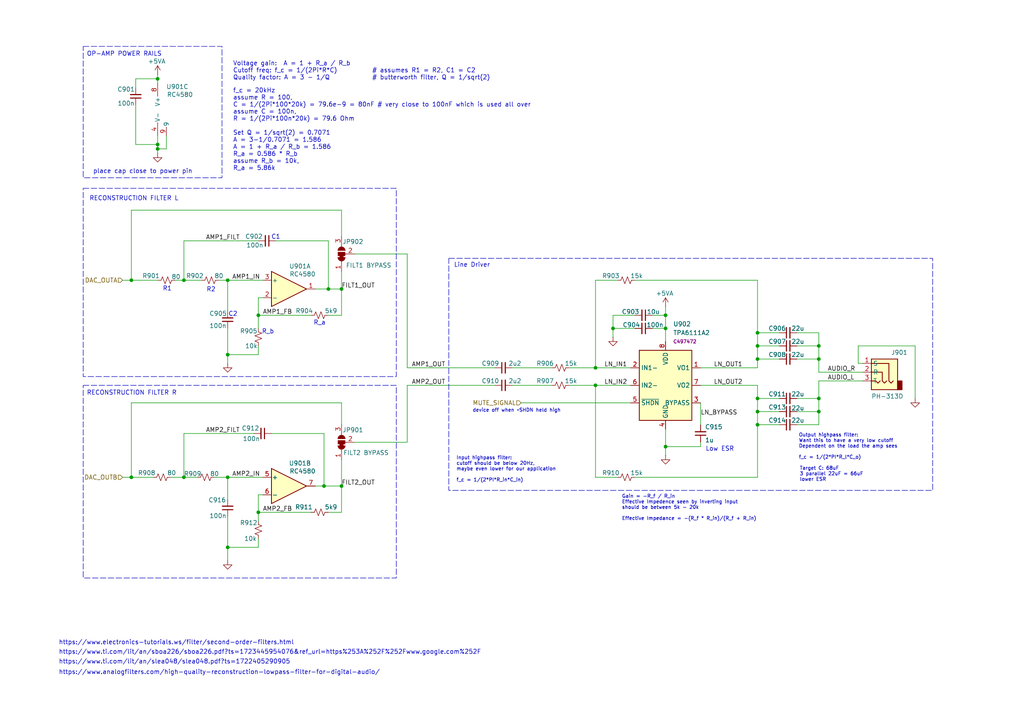
<source format=kicad_sch>
(kicad_sch (version 20231120) (generator "eeschema") (generator_version "8.0")
  (paper "A4")
  (lib_symbols
    (symbol "Amplifier_Operational:RC4580" (pin_names (offset 0.127))
      (property "Reference" "U901" (at 3.175 6.604 0))
      (property "Value" "RC4580" (at 3.937 4.318 0))
      (symbol "RC4580_1_1"
        (polyline (pts (xy -5.08 5.08) (xy 5.08 0) (xy -5.08 -5.08) (xy -5.08 5.08)) (stroke (width 0.254)) (fill (type background)))
        (pin output line (at 7.62 0 180) (length 2.54) (name "~") (number "1"))
        (pin input line (at -7.62 -2.54 0) (length 2.54) (name "-") (number "2"))
        (pin input line (at -7.62 2.54 0) (length 2.54) (name "+") (number "3"))
      )
      (symbol "RC4580_2_1"
        (polyline (pts (xy -5.08 5.08) (xy 5.08 0) (xy -5.08 -5.08) (xy -5.08 5.08)) (stroke (width 0.254)) (fill (type background)))
        (pin input line (at -7.62 2.54 0) (length 2.54) (name "+") (number "5"))
        (pin input line (at -7.62 -2.54 0) (length 2.54) (name "-") (number "6"))
        (pin output line (at 7.62 0 180) (length 2.54) (name "~") (number "7"))
      )
      (symbol "RC4580_3_1"
        (pin power_in line (at -2.54 -7.62 90) (length 3.81) (name "V-") (number "4"))
        (pin power_in line (at -2.54 7.62 270) (length 3.81) (name "V+") (number "8"))
        (pin free line (at 0 -7.62 90) (length 2.54) (name "9") (number "9"))
      )
    )
    (symbol "Connector_Audio:AudioJack3"
      (property "Reference" "J901" (at -3.175 5.715 0))
      (property "Value" "PH-313D" (at 2.54 -6.985 0))
      (symbol "AudioJack3_0_1"
        (rectangle (start -5.08 -5.08) (end -6.35 -2.54) (stroke (width 0.254)) (fill (type outline)))
        (polyline (pts (xy 0 -2.54) (xy 0.635 -3.175) (xy 1.27 -2.54) (xy 2.54 -2.54)) (stroke (width 0.254)))
        (polyline (pts (xy -1.905 -2.54) (xy -1.27 -3.175) (xy -0.635 -2.54) (xy -0.635 0) (xy 2.54 0)) (stroke (width 0.254)))
        (polyline (pts (xy 2.54 2.54) (xy -2.54 2.54) (xy -2.54 -2.54) (xy -3.175 -3.175) (xy -3.81 -2.54)) (stroke (width 0.254)))
        (rectangle (start 2.54 3.81) (end -5.08 -5.08) (stroke (width 0.254)) (fill (type background)))
      )
      (symbol "AudioJack3_1_1"
        (pin passive line (at 5.08 2.54 180) (length 2.54) (name "S") (number "1"))
        (pin passive line (at 5.08 0 180) (length 2.54) (name "R") (number "2"))
        (pin passive line (at 5.08 -2.54 180) (length 2.54) (name "T") (number "3"))
      )
    )
    (symbol "Device:C_Small" (pin_numbers hide) (pin_names (offset 0.254) hide)
      (property "Reference" "C" (at 0.254 1.778 0))
      (property "Value" "C_Small" (at 0.254 -2.032 0))
      (symbol "C_Small_0_1"
        (polyline (pts (xy -1.524 -0.508) (xy 1.524 -0.508)) (stroke (width 0.3302)))
        (polyline (pts (xy -1.524 0.508) (xy 1.524 0.508)) (stroke (width 0.3048)))
      )
      (symbol "C_Small_1_1"
        (pin passive line (at 0 2.54 270) (length 2.032) (name "~") (number "1"))
        (pin passive line (at 0 -2.54 90) (length 2.032) (name "~") (number "2"))
      )
    )
    (symbol "Device:R_Small_US" (pin_numbers hide) (pin_names (offset 0.254) hide)
      (property "Reference" "R" (at 0.762 0.508 0))
      (property "Value" "R_Small_US" (at 0.762 -1.016 0))
      (symbol "R_Small_US_1_1"
        (polyline (pts (xy 0 0) (xy 1.016 -0.381) (xy 0 -0.762) (xy -1.016 -1.143) (xy 0 -1.524)))
        (polyline (pts (xy 0 1.524) (xy 1.016 1.143) (xy 0 0.762) (xy -1.016 0.381) (xy 0 0)))
        (pin passive line (at 0 2.54 270) (length 1.016) (name "~") (number "1"))
        (pin passive line (at 0 -2.54 90) (length 1.016) (name "~") (number "2"))
      )
    )
    (symbol "Jumper:SolderJumper_3_Bridged12" (pin_names (offset 0) hide) (exclude_from_sim yes) (in_bom no)
      (property "Reference" "JP" (at -2.54 -2.54 0))
      (property "Value" "SolderJumper_3_Bridged12" (at 0 2.794 0))
      (symbol "SolderJumper_3_Bridged12_0_1"
        (rectangle (start -1.016 0.508) (end -0.508 -0.508) (fill (type outline)))
        (arc (start -1.016 1.016) (mid -2.0276 0) (end -1.016 -1.016))
        (arc (start -1.016 1.016) (mid -2.0276 0) (end -1.016 -1.016) (fill (type outline)))
        (rectangle (start -0.508 1.016) (end 0.508 -1.016) (fill (type outline)))
        (polyline (pts (xy -2.54 0) (xy -2.032 0)))
        (polyline (pts (xy -1.016 1.016) (xy -1.016 -1.016)))
        (polyline (pts (xy 0 -1.27) (xy 0 -1.016)))
        (polyline (pts (xy 1.016 1.016) (xy 1.016 -1.016)))
        (polyline (pts (xy 2.54 0) (xy 2.032 0)))
        (arc (start 1.016 -1.016) (mid 2.0276 0) (end 1.016 1.016))
        (arc (start 1.016 -1.016) (mid 2.0276 0) (end 1.016 1.016) (fill (type outline)))
      )
      (symbol "SolderJumper_3_Bridged12_1_1"
        (pin passive line (at -5.08 0 0) (length 2.54) (name "A") (number "1"))
        (pin passive line (at 0 -3.81 90) (length 2.54) (name "C") (number "2"))
        (pin passive line (at 5.08 0 180) (length 2.54) (name "B") (number "3"))
      )
    )
    (symbol "RC4580_1" (pin_names (offset 0.127))
      (property "Reference" "U901" (at 3.175 6.604 0))
      (property "Value" "RC4580" (at 3.937 4.318 0))
      (symbol "RC4580_1_1_1"
        (polyline (pts (xy -5.08 5.08) (xy 5.08 0) (xy -5.08 -5.08) (xy -5.08 5.08)) (stroke (width 0.254)) (fill (type background)))
        (pin output line (at 7.62 0 180) (length 2.54) (name "~") (number "1"))
        (pin input line (at -7.62 -2.54 0) (length 2.54) (name "-") (number "2"))
        (pin input line (at -7.62 2.54 0) (length 2.54) (name "+") (number "3"))
      )
      (symbol "RC4580_1_2_1"
        (polyline (pts (xy -5.08 5.08) (xy 5.08 0) (xy -5.08 -5.08) (xy -5.08 5.08)) (stroke (width 0.254)) (fill (type background)))
        (pin input line (at -7.62 2.54 0) (length 2.54) (name "+") (number "5"))
        (pin input line (at -7.62 -2.54 0) (length 2.54) (name "-") (number "6"))
        (pin output line (at 7.62 0 180) (length 2.54) (name "~") (number "7"))
      )
      (symbol "RC4580_1_3_1"
        (pin power_in line (at -2.54 -7.62 90) (length 3.81) (name "V-") (number "4"))
        (pin power_in line (at -2.54 7.62 270) (length 3.81) (name "V+") (number "8"))
        (pin free line (at 0 -7.62 90) (length 2.54) (name "9") (number "9"))
      )
    )
    (symbol "RC4580_2" (pin_names (offset 0.127))
      (property "Reference" "U901" (at 3.175 6.604 0))
      (property "Value" "RC4580" (at 3.937 4.318 0))
      (symbol "RC4580_2_1_1"
        (polyline (pts (xy -5.08 5.08) (xy 5.08 0) (xy -5.08 -5.08) (xy -5.08 5.08)) (stroke (width 0.254)) (fill (type background)))
        (pin output line (at 7.62 0 180) (length 2.54) (name "~") (number "1"))
        (pin input line (at -7.62 -2.54 0) (length 2.54) (name "-") (number "2"))
        (pin input line (at -7.62 2.54 0) (length 2.54) (name "+") (number "3"))
      )
      (symbol "RC4580_2_2_1"
        (polyline (pts (xy -5.08 5.08) (xy 5.08 0) (xy -5.08 -5.08) (xy -5.08 5.08)) (stroke (width 0.254)) (fill (type background)))
        (pin input line (at -7.62 2.54 0) (length 2.54) (name "+") (number "5"))
        (pin input line (at -7.62 -2.54 0) (length 2.54) (name "-") (number "6"))
        (pin output line (at 7.62 0 180) (length 2.54) (name "~") (number "7"))
      )
      (symbol "RC4580_2_3_1"
        (pin power_in line (at -2.54 -7.62 90) (length 3.81) (name "V-") (number "4"))
        (pin power_in line (at -2.54 7.62 270) (length 3.81) (name "V+") (number "8"))
        (pin free line (at 0 -7.62 90) (length 2.54) (name "9") (number "9"))
      )
    )
    (symbol "power:+5VA" (power) (pin_numbers hide) (pin_names (offset 0) hide)
      (property "Value" "+5VA" (at 0 3.556 0))
      (symbol "+5VA_0_1"
        (polyline (pts (xy -0.762 1.27) (xy 0 2.54)))
        (polyline (pts (xy 0 0) (xy 0 2.54)))
        (polyline (pts (xy 0 2.54) (xy 0.762 1.27)))
      )
      (symbol "+5VA_1_1"
        (pin power_in line (at 0 0 90) (length 0) (name "~") (number "1"))
      )
    )
    (symbol "power:GND" (power) (pin_numbers hide) (pin_names (offset 0) hide)
      (property "Value" "GND" (at 0 -3.81 0))
      (symbol "GND_0_1"
        (polyline (pts (xy 0 0) (xy 0 -1.27) (xy 1.27 -1.27) (xy 0 -2.54) (xy -1.27 -1.27) (xy 0 -1.27)))
      )
      (symbol "GND_1_1"
        (pin power_in line (at 0 0 270) (length 0) (name "~") (number "1"))
      )
    )
    (symbol "vibrometer_project:TPA6110A2DGN"
      (property "Reference" "U" (at -6.35 11.43 0))
      (property "Value" "TPA6111A2" (at 6.35 11.43 0))
      (property "LCSC" "C497472" (at 0 0 0))
      (symbol "TPA6110A2DGN_0_1"
        (rectangle (start -7.62 10.16) (end 7.62 -10.16) (stroke (width 0.254)) (fill (type background)))
      )
      (symbol "TPA6110A2DGN_1_1"
        (pin output line (at 10.16 5.08 180) (length 2.54) (name "VO1") (number "1"))
        (pin input line (at -10.16 5.08 0) (length 2.54) (name "IN1-") (number "2"))
        (pin passive line (at 10.16 -5.08 180) (length 2.54) (name "BYPASS") (number "3"))
        (pin power_in line (at 0 -12.7 90) (length 2.54) (name "GND") (number "4"))
        (pin input line (at -10.16 -5.08 0) (length 2.54) (name "~{SHDN}") (number "5"))
        (pin input line (at -10.16 0 0) (length 2.54) (name "IN2-") (number "6"))
        (pin output line (at 10.16 0 180) (length 2.54) (name "VO2") (number "7"))
        (pin power_in line (at 0 12.7 270) (length 2.54) (name "VDD") (number "8"))
        (pin passive line (at 0 -12.7 90) (length 2.54) hide (name "GND") (number "9"))
      )
    )
  )
  (junction (at 219.71 115.57))
  (junction (at 38.1 138.43))
  (junction (at 237.49 100.33))
  (junction (at 219.71 100.33))
  (junction (at 99.06 83.82))
  (junction (at 237.49 119.38))
  (junction (at 99.06 140.97))
  (junction (at 219.71 96.52))
  (junction (at 172.72 106.68))
  (junction (at 193.04 95.25))
  (junction (at 45.72 43.18))
  (junction (at 38.1 81.28))
  (junction (at 177.8 95.25))
  (junction (at 219.71 104.14))
  (junction (at 53.34 81.28))
  (junction (at 237.49 115.57))
  (junction (at 219.71 123.19))
  (junction (at 219.71 119.38))
  (junction (at 66.04 102.87))
  (junction (at 237.49 104.14))
  (junction (at 74.93 91.44))
  (junction (at 45.72 22.86))
  (junction (at 95.25 83.82))
  (junction (at 66.04 81.28))
  (junction (at 66.04 158.75))
  (junction (at 172.72 111.76))
  (junction (at 93.98 140.97))
  (junction (at 66.04 138.43))
  (junction (at 193.04 129.54))
  (junction (at 53.34 138.43))
  (junction (at 74.93 148.59))
  (junction (at 45.72 41.91))
  (junction (at 193.04 91.44))
  (wire (pts (xy 39.37 30.48) (xy 39.37 41.91)))
  (wire (pts (xy 53.34 81.28) (xy 58.42 81.28)))
  (wire (pts (xy 231.14 123.19) (xy 237.49 123.19)))
  (wire (pts (xy 219.71 81.28) (xy 184.15 81.28)))
  (wire (pts (xy 63.5 81.28) (xy 66.04 81.28)))
  (wire (pts (xy 76.2 86.36) (xy 74.93 86.36)))
  (wire (pts (xy 219.71 119.38) (xy 226.06 119.38)))
  (wire (pts (xy 219.71 115.57) (xy 219.71 119.38)))
  (wire (pts (xy 219.71 96.52) (xy 226.06 96.52)))
  (wire (pts (xy 118.11 106.68) (xy 143.51 106.68)))
  (wire (pts (xy 38.1 116.84) (xy 38.1 138.43)))
  (wire (pts (xy 39.37 25.4) (xy 39.37 22.86)))
  (wire (pts (xy 53.34 138.43) (xy 49.53 138.43)))
  (wire (pts (xy 66.04 81.28) (xy 76.2 81.28)))
  (wire (pts (xy 74.93 91.44) (xy 90.17 91.44)))
  (wire (pts (xy 53.34 138.43) (xy 57.15 138.43)))
  (wire (pts (xy 93.98 125.73) (xy 78.74 125.73)))
  (wire (pts (xy 38.1 60.96) (xy 99.06 60.96)))
  (wire (pts (xy 237.49 110.49) (xy 250.19 110.49)))
  (wire (pts (xy 219.71 100.33) (xy 219.71 104.14)))
  (wire (pts (xy 219.71 119.38) (xy 219.71 123.19)))
  (wire (pts (xy 189.23 91.44) (xy 193.04 91.44)))
  (wire (pts (xy 172.72 81.28) (xy 179.07 81.28)))
  (wire (pts (xy 74.93 148.59) (xy 74.93 151.13)))
  (wire (pts (xy 66.04 138.43) (xy 66.04 144.78)))
  (wire (pts (xy 184.15 91.44) (xy 177.8 91.44)))
  (wire (pts (xy 45.72 43.18) (xy 45.72 44.45)))
  (wire (pts (xy 219.71 96.52) (xy 219.71 81.28)))
  (wire (pts (xy 165.1 111.76) (xy 172.72 111.76)))
  (wire (pts (xy 39.37 41.91) (xy 45.72 41.91)))
  (wire (pts (xy 73.66 125.73) (xy 53.34 125.73)))
  (wire (pts (xy 53.34 69.85) (xy 53.34 81.28)))
  (wire (pts (xy 118.11 111.76) (xy 143.51 111.76)))
  (wire (pts (xy 66.04 138.43) (xy 76.2 138.43)))
  (wire (pts (xy 66.04 81.28) (xy 66.04 90.17)))
  (wire (pts (xy 102.87 128.27) (xy 118.11 128.27)))
  (wire (pts (xy 95.25 69.85) (xy 80.01 69.85)))
  (wire (pts (xy 74.93 91.44) (xy 74.93 95.25)))
  (wire (pts (xy 74.93 158.75) (xy 74.93 156.21)))
  (wire (pts (xy 165.1 106.68) (xy 172.72 106.68)))
  (wire (pts (xy 203.2 106.68) (xy 219.71 106.68)))
  (wire (pts (xy 193.04 88.9) (xy 193.04 91.44)))
  (wire (pts (xy 237.49 123.19) (xy 237.49 119.38)))
  (wire (pts (xy 66.04 102.87) (xy 66.04 105.41)))
  (wire (pts (xy 148.59 111.76) (xy 160.02 111.76)))
  (wire (pts (xy 231.14 100.33) (xy 237.49 100.33)))
  (wire (pts (xy 231.14 115.57) (xy 237.49 115.57)))
  (wire (pts (xy 95.25 91.44) (xy 99.06 91.44)))
  (wire (pts (xy 91.44 140.97) (xy 93.98 140.97)))
  (wire (pts (xy 99.06 60.96) (xy 99.06 68.58)))
  (wire (pts (xy 219.71 104.14) (xy 219.71 106.68)))
  (wire (pts (xy 193.04 129.54) (xy 203.2 129.54)))
  (wire (pts (xy 172.72 111.76) (xy 182.88 111.76)))
  (wire (pts (xy 237.49 104.14) (xy 237.49 107.95)))
  (wire (pts (xy 193.04 95.25) (xy 193.04 99.06)))
  (wire (pts (xy 193.04 124.46) (xy 193.04 129.54)))
  (wire (pts (xy 93.98 140.97) (xy 93.98 125.73)))
  (wire (pts (xy 53.34 81.28) (xy 50.8 81.28)))
  (wire (pts (xy 231.14 104.14) (xy 237.49 104.14)))
  (wire (pts (xy 66.04 158.75) (xy 66.04 162.56)))
  (wire (pts (xy 265.43 100.33) (xy 248.92 100.33)))
  (wire (pts (xy 66.04 95.25) (xy 66.04 102.87)))
  (wire (pts (xy 95.25 83.82) (xy 95.25 69.85)))
  (wire (pts (xy 203.2 116.84) (xy 203.2 123.19)))
  (wire (pts (xy 53.34 125.73) (xy 53.34 138.43)))
  (wire (pts (xy 219.71 111.76) (xy 219.71 115.57)))
  (wire (pts (xy 231.14 96.52) (xy 237.49 96.52)))
  (wire (pts (xy 231.14 119.38) (xy 237.49 119.38)))
  (wire (pts (xy 39.37 22.86) (xy 45.72 22.86)))
  (wire (pts (xy 102.87 73.66) (xy 118.11 73.66)))
  (wire (pts (xy 48.26 39.37) (xy 48.26 43.18)))
  (wire (pts (xy 74.93 148.59) (xy 90.17 148.59)))
  (wire (pts (xy 172.72 81.28) (xy 172.72 106.68)))
  (wire (pts (xy 66.04 158.75) (xy 74.93 158.75)))
  (wire (pts (xy 99.06 133.35) (xy 99.06 140.97)))
  (wire (pts (xy 219.71 96.52) (xy 219.71 100.33)))
  (wire (pts (xy 74.93 86.36) (xy 74.93 91.44)))
  (wire (pts (xy 38.1 138.43) (xy 44.45 138.43)))
  (wire (pts (xy 99.06 140.97) (xy 93.98 140.97)))
  (wire (pts (xy 184.15 95.25) (xy 177.8 95.25)))
  (wire (pts (xy 38.1 60.96) (xy 38.1 81.28)))
  (wire (pts (xy 74.93 69.85) (xy 53.34 69.85)))
  (wire (pts (xy 62.23 138.43) (xy 66.04 138.43)))
  (wire (pts (xy 189.23 95.25) (xy 193.04 95.25)))
  (wire (pts (xy 91.44 83.82) (xy 95.25 83.82)))
  (wire (pts (xy 237.49 96.52) (xy 237.49 100.33)))
  (wire (pts (xy 177.8 91.44) (xy 177.8 95.25)))
  (wire (pts (xy 237.49 107.95) (xy 250.19 107.95)))
  (wire (pts (xy 35.56 81.28) (xy 38.1 81.28)))
  (wire (pts (xy 219.71 138.43) (xy 184.15 138.43)))
  (wire (pts (xy 38.1 81.28) (xy 45.72 81.28)))
  (wire (pts (xy 45.72 22.86) (xy 45.72 24.13)))
  (wire (pts (xy 99.06 116.84) (xy 99.06 123.19)))
  (wire (pts (xy 177.8 95.25) (xy 177.8 97.79)))
  (wire (pts (xy 248.92 100.33) (xy 248.92 105.41)))
  (wire (pts (xy 45.72 39.37) (xy 45.72 41.91)))
  (wire (pts (xy 172.72 106.68) (xy 182.88 106.68)))
  (wire (pts (xy 265.43 100.33) (xy 265.43 115.57)))
  (wire (pts (xy 237.49 100.33) (xy 237.49 104.14)))
  (wire (pts (xy 66.04 149.86) (xy 66.04 158.75)))
  (wire (pts (xy 99.06 148.59) (xy 99.06 140.97)))
  (wire (pts (xy 99.06 83.82) (xy 95.25 83.82)))
  (wire (pts (xy 48.26 43.18) (xy 45.72 43.18)))
  (wire (pts (xy 203.2 128.27) (xy 203.2 129.54)))
  (wire (pts (xy 118.11 128.27) (xy 118.11 111.76)))
  (wire (pts (xy 179.07 138.43) (xy 172.72 138.43)))
  (wire (pts (xy 95.25 148.59) (xy 99.06 148.59)))
  (wire (pts (xy 45.72 41.91) (xy 45.72 43.18)))
  (wire (pts (xy 151.13 116.84) (xy 182.88 116.84)))
  (wire (pts (xy 219.71 123.19) (xy 226.06 123.19)))
  (wire (pts (xy 219.71 100.33) (xy 226.06 100.33)))
  (wire (pts (xy 74.93 100.33) (xy 74.93 102.87)))
  (wire (pts (xy 66.04 102.87) (xy 74.93 102.87)))
  (wire (pts (xy 193.04 132.08) (xy 193.04 129.54)))
  (wire (pts (xy 193.04 91.44) (xy 193.04 95.25)))
  (wire (pts (xy 74.93 143.51) (xy 76.2 143.51)))
  (wire (pts (xy 35.56 138.43) (xy 38.1 138.43)))
  (wire (pts (xy 219.71 104.14) (xy 226.06 104.14)))
  (wire (pts (xy 172.72 138.43) (xy 172.72 111.76)))
  (wire (pts (xy 74.93 143.51) (xy 74.93 148.59)))
  (wire (pts (xy 118.11 73.66) (xy 118.11 106.68)))
  (wire (pts (xy 99.06 91.44) (xy 99.06 83.82)))
  (wire (pts (xy 38.1 116.84) (xy 99.06 116.84)))
  (wire (pts (xy 148.59 106.68) (xy 160.02 106.68)))
  (wire (pts (xy 99.06 78.74) (xy 99.06 83.82)))
  (wire (pts (xy 203.2 111.76) (xy 219.71 111.76)))
  (wire (pts (xy 248.92 105.41) (xy 250.19 105.41)))
  (wire (pts (xy 45.72 21.59) (xy 45.72 22.86)))
  (wire (pts (xy 237.49 110.49) (xy 237.49 115.57)))
  (wire (pts (xy 219.71 123.19) (xy 219.71 138.43)))
  (wire (pts (xy 219.71 115.57) (xy 226.06 115.57)))
  (wire (pts (xy 237.49 115.57) (xy 237.49 119.38)))
  (rectangle (start 24.13 111.76) (end 114.935 167.64) (stroke (width 0) (type dash)))
  (rectangle (start 130.175 74.93) (end 270.51 142.24) (stroke (width 0) (type dash)))
  (rectangle (start 24.13 54.61) (end 114.935 109.22) (stroke (width 0) (type dash)))
  (rectangle (start 24.13 13.462) (end 64.389 51.562) (stroke (width 0) (type dash)))
  (text "https://www.analogfilters.com/high-quality-reconstruction-lowpass-filter-for-digital-audio/" (at 17.018 195.072 0) (effects (font (size 1.27 1.27)) (justify left)))
  (text "Output highpass filter:\nWant this to have a very low cutoff \nDependent on the load the amp sees\n\nf_c = 1/(2*PI*R_l*C_o)" (at 231.648 129.54 0) (effects (font (size 1 1)) (justify left)))
  (text "C2" (at 67.564 91.186 0) (effects (font (size 1.27 1.27))))
  (text "f_c = 20kHz\nassume R = 100,\nC = 1/(2Pi*100*20k) = 79.6e-9 = 80nF # very close to 100nF which is used all over\nassume C = 100n,\nR = 1/(2Pi*100n*20k) = 79.6 Ohm\n\nSet Q = 1/sqrt(2) = 0.7071\nA = 3-1/0.7071 = 1.586\nA = 1 + R_a / R_b = 1.586\nR_a = 0.586 * R_b\nassume R_b = 10k,\nR_a = 5.86k" (at 67.564 25.654 0) (effects (font (size 1.27 1.27)) (justify left top)))
  (text "Gain = -R_f / R_in\nEffective Impedence seen by inverting input \nshould be between 5k - 20k\n\nEffective Impedance = -(R_f * R_in)/(R_f + R_in)" (at 180.34 147.32 0) (effects (font (size 1 1)) (justify left)))
  (text "https://www.ti.com/lit/an/sboa226/sboa226.pdf?ts=1723445954076&ref_url=https%253A%252F%252Fwww.google.com%252F" (at 17.018 188.468 0) (effects (font (size 1.27 1.27)) (justify left top)))
  (text "Target C: 68uF\n3 parallel 22uF = 66uF\nlower ESR" (at 231.902 135.382 0) (effects (font (size 1 1)) (justify left top)))
  (text "Line Driver" (at 136.906 76.962 0) (effects (font (size 1.27 1.27))))
  (text "R1" (at 48.514 83.82 0) (effects (font (size 1.27 1.27))))
  (text "place cap close to power pin" (at 41.402 49.784 0) (effects (font (size 1.27 1.27))))
  (text "RECONSTRUCTION FILTER L" (at 25.908 57.658 0) (effects (font (size 1.27 1.27)) (justify left)))
  (text "OP-AMP POWER RAILS" (at 25.146 15.748 0) (effects (font (size 1.27 1.27)) (justify left)))
  (text "https://www.ti.com/lit/an/slea048/slea048.pdf?ts=1722405290905" (at 17.018 192.024 0) (effects (font (size 1.27 1.27)) (justify left)))
  (text "https://www.electronics-tutorials.ws/filter/second-order-filters.html" (at 17.018 186.436 0) (effects (font (size 1.27 1.27)) (justify left)))
  (text "RECONSTRUCTION FILTER R" (at 25.146 114.046 0) (effects (font (size 1.27 1.27)) (justify left)))
  (text "R_b" (at 77.724 96.266 0) (effects (font (size 1.27 1.27))))
  (text "Input highpass filter:\ncutoff should be below 20Hz,\nmaybe even lower for our application\n\nf_c = 1/(2*PI*R_in*C_in)" (at 132.334 136.144 0) (effects (font (size 1 1)) (justify left)))
  (text "R2" (at 61.214 84.074 0) (effects (font (size 1.27 1.27))))
  (text "C1" (at 80.01 68.834 0) (effects (font (size 1.27 1.27))))
  (text "Low ESR" (at 208.788 130.302 0) (effects (font (size 1.27 1.27))))
  (text "Voltage gain:  A = 1 + R_a / R_b\nCutoff freq: f_c = 1/(2Pi*R*C) 	# assumes R1 = R2, C1 = C2\nQuality factor: A = 3 - 1/Q		# butterworth filter, Q = 1/sqrt(2)" (at 67.564 17.78 0) (effects (font (size 1.27 1.27)) (justify left top)))
  (text "R_a" (at 92.71 93.726 0) (effects (font (size 1.27 1.27))))
  (text "device off when ~SHDN held high" (at 149.86 119.126 0) (effects (font (size 1 1))))
  (label "AMP2_IN" (at 67.31 138.43 0) (property "Netclass" "analog" (effects (hide yes))))
  (label "FILT2_OUT" (at 99.06 140.97 0))
  (label "AMP2_FB" (at 76.2 148.59 0) (property "Netclass" "analog" (effects (hide yes))))
  (label "AUDIO_L" (at 240.03 110.49 0) (property "Netclass" "analog" (effects (hide yes))))
  (label "AMP1_FILT" (at 59.69 69.85 0) (property "Netclass" "analog" (effects (hide yes))))
  (label "LN_BYPASS" (at 203.2 120.65 0))
  (label "LN_IN2" (at 175.26 111.76 0) (property "Netclass" "analog" (effects (hide yes))))
  (label "LN_OUT2" (at 207.01 111.76 0) (property "Netclass" "analog" (effects (hide yes))))
  (label "AMP1_IN" (at 67.31 81.28 0) (property "Netclass" "analog" (effects (hide yes))))
  (label "LN_IN1" (at 175.26 106.68 0) (property "Netclass" "analog" (effects (hide yes))))
  (label "AMP2_OUT" (at 119.38 111.76 0) (property "Netclass" "analog" (effects (hide yes))))
  (label "AMP2_FILT" (at 59.69 125.73 0) (property "Netclass" "analog" (effects (hide yes))))
  (label "AMP1_FB" (at 76.2 91.44 0) (property "Netclass" "analog" (effects (hide yes))))
  (label "FILT1_OUT" (at 99.06 83.82 0))
  (label "AMP1_OUT" (at 119.38 106.68 0) (property "Netclass" "analog" (effects (hide yes))))
  (label "LN_OUT1" (at 207.01 106.68 0) (property "Netclass" "analog" (effects (hide yes))))
  (label "AUDIO_R" (at 240.03 107.95 0) (property "Netclass" "analog" (effects (hide yes))))
  (hierarchical_label "DAC_OUTA" (shape input) (at 35.56 81.28 180) (property "Netclass" "analog" (effects (hide yes))))
  (hierarchical_label "DAC_OUTB" (shape input) (at 35.56 138.43 180) (property "Netclass" "analog" (effects (hide yes))))
  (hierarchical_label "MUTE_SIGNAL" (shape input) (at 151.13 116.84 180))
  (symbol (lib_id "Device:R_Small_US") (at 74.93 97.79 180) (unit 1)
    (property "Reference" "R905" (at 72.136 96.012 0))
    (property "Value" "10k" (at 72.898 100.33 0))
    (property "Footprint" "Resistor_SMD:R_0402_1005Metric" (effects (hide yes)))
    (property "Datasheet" "https://wmsc.lcsc.com/wmsc/upload/file/pdf/v2/lcsc/2206010100_UNI-ROYAL-Uniroyal-Elec-0402WGF1002TCE_C25744.pdf" (effects (hide yes)))
    (property "Description" "Resistor, small US symbol" (effects (hide yes)))
    (property "LCSC" "C25744" (effects (hide yes)))
  )
  (symbol (lib_id "power:GND") (at 45.72 44.45 0) (unit 1)
    (property "Reference" "#PWR0902" (effects (hide yes)))
    (property "Value" "GND" (effects (hide yes)))
    (property "Description" "Power symbol creates a global label with name \"GND\" , ground" (effects (hide yes)))
  )
  (symbol (lib_id "Device:C_Small") (at 39.37 27.94 180) (unit 1)
    (property "Reference" "C901" (at 36.576 25.908 0))
    (property "Value" "100n" (at 36.576 29.972 0))
    (property "Footprint" "Capacitor_SMD:C_0402_1005Metric" (effects (hide yes)))
    (property "Datasheet" "https://wmsc.lcsc.com/wmsc/upload/file/pdf/v2/lcsc/2304140030_Samsung-Electro-Mechanics-CL05B104KB54PNC_C307331.pdf" (effects (hide yes)))
    (property "Description" "Unpolarized capacitor, small symbol" (effects (hide yes)))
    (property "LCSC" "C307331" (effects (hide yes)))
  )
  (symbol (lib_id "Device:C_Small") (at 186.69 91.44 270) (unit 1)
    (property "Reference" "C903" (at 182.88 90.424 90))
    (property "Value" "10u" (at 189.484 90.424 90))
    (property "Footprint" "Capacitor_SMD:C_0805_2012Metric" (effects (hide yes)))
    (property "Datasheet" "https://wmsc.lcsc.com/wmsc/upload/file/pdf/v2/lcsc/2304140030_Samsung-Electro-Mechanics-CL21A106KAYNNNE_C15850.pdf" (effects (hide yes)))
    (property "Description" "Unpolarized capacitor, small symbol" (effects (hide yes)))
    (property "LCSC" "C15850" (effects (hide yes)))
  )
  (symbol (lib_id "Device:C_Small") (at 228.6 104.14 90) (unit 1)
    (property "Reference" "C908" (at 225.425 102.87 90))
    (property "Value" "22u" (at 231.394 102.87 90))
    (property "Footprint" "Capacitor_SMD:C_0805_2012Metric" (effects (hide yes)))
    (property "Datasheet" "https://wmsc.lcsc.com/wmsc/upload/file/pdf/v2/lcsc/2304140030_Samsung-Electro-Mechanics-CL21A226MAQNNNE_C45783.pdf" (effects (hide yes)))
    (property "Description" "Unpolarized capacitor, small symbol" (effects (hide yes)))
    (property "LCSC" "C45783" (effects (hide yes)))
  )
  (symbol (lib_name "RC4580_2") (lib_id "Amplifier_Operational:RC4580") (at 83.82 83.82 0) (unit 1)
    (property "Reference" "U901" (at 86.995 77.216 0))
    (property "Value" "RC4580" (at 87.757 79.502 0))
    (property "Footprint" "Package_SO:SOIC-8-1EP_3.9x4.9mm_P1.27mm_EP2.41x3.81mm" (effects (hide yes)))
    (property "Datasheet" "http://www.ti.com/lit/ds/symlink/rc4580.pdf" (effects (hide yes)))
    (property "Description" "Dual Audio Operational Amplifier, SOIC-8/SSOP-8" (effects (hide yes)))
    (property "LCSC" "C80100" (effects (hide yes)))
  )
  (symbol (lib_id "Device:C_Small") (at 76.2 125.73 270) (unit 1)
    (property "Reference" "C912" (at 72.644 124.206 90))
    (property "Value" "100n" (at 72.898 127.254 90))
    (property "Footprint" "Capacitor_SMD:C_0402_1005Metric" (effects (hide yes)))
    (property "Datasheet" "https://wmsc.lcsc.com/wmsc/upload/file/pdf/v2/lcsc/2304140030_Samsung-Electro-Mechanics-CL05B104KB54PNC_C307331.pdf" (effects (hide yes)))
    (property "Description" "Unpolarized capacitor, small symbol" (effects (hide yes)))
    (property "LCSC" "C307331" (effects (hide yes)))
  )
  (symbol (lib_id "Device:C_Small") (at 228.6 96.52 90) (unit 1)
    (property "Reference" "C906" (at 225.425 95.25 90))
    (property "Value" "22u" (at 231.394 95.25 90))
    (property "Footprint" "Capacitor_SMD:C_0805_2012Metric" (effects (hide yes)))
    (property "Datasheet" "https://wmsc.lcsc.com/wmsc/upload/file/pdf/v2/lcsc/2304140030_Samsung-Electro-Mechanics-CL21A226MAQNNNE_C45783.pdf" (effects (hide yes)))
    (property "Description" "Unpolarized capacitor, small symbol" (effects (hide yes)))
    (property "LCSC" "C45783" (effects (hide yes)))
  )
  (symbol (lib_id "Connector_Audio:AudioJack3") (at 255.27 107.95 0) (mirror y) (unit 1)
    (property "Reference" "J901" (at 258.445 102.235 0) (effects (justify right)))
    (property "Value" "PH-313D" (at 252.73 114.935 0) (effects (justify right)))
    (property "Footprint" "footprints:AUDIO-SMD_PJ-313D-2" (effects (hide yes)))
    (property "Datasheet" "https://www.lcsc.com/datasheet/lcsc_datasheet_2006181822_SHOU-HAN-PJ-313D_C668608.pdf" (effects (hide yes)))
    (property "Description" "Audio Jack, 3 Poles (Stereo / TRS)" (effects (hide yes)))
    (property "LCSC" "C668608" (effects (hide yes)))
  )
  (symbol (lib_id "Device:C_Small") (at 146.05 111.76 90) (unit 1)
    (property "Reference" "C910" (at 142.24 110.49 90))
    (property "Value" "2u2" (at 149.352 110.49 90))
    (property "Footprint" "Capacitor_SMD:C_0805_2012Metric" (effects (hide yes)))
    (property "Datasheet" "https://wmsc.lcsc.com/wmsc/upload/file/pdf/v2/lcsc/2304140030_Samsung-Electro-Mechanics-CL21A225KBQNNNE_C377773.pdf" (effects (hide yes)))
    (property "Description" "Unpolarized capacitor, small symbol" (effects (hide yes)))
    (property "LCSC" "C377773" (effects (hide yes)))
  )
  (symbol (lib_id "power:GND") (at 66.04 162.56 0) (unit 1)
    (property "Reference" "#PWR0908" (effects (hide yes)))
    (property "Value" "GND" (effects (hide yes)))
    (property "Description" "Power symbol creates a global label with name \"GND\" , ground" (effects (hide yes)))
  )
  (symbol (lib_id "Device:R_Small_US") (at 181.61 81.28 90) (unit 1)
    (property "Reference" "R903" (at 177.165 80.01 90))
    (property "Value" "15k" (at 184.658 80.01 90))
    (property "Footprint" "Resistor_SMD:R_0603_1608Metric" (effects (hide yes)))
    (property "Datasheet" "https://www.lcsc.com/datasheet/lcsc_datasheet_2206010130_UNI-ROYAL-Uniroyal-Elec-0603WAF1502T5E_C22809.pdf" (effects (hide yes)))
    (property "Description" "Resistor, small US symbol" (effects (hide yes)))
    (property "LCSC" "C22809" (effects (hide yes)))
  )
  (symbol (lib_id "Device:C_Small") (at 146.05 106.68 90) (unit 1)
    (property "Reference" "C909" (at 142.24 105.41 90))
    (property "Value" "2u2" (at 149.352 105.41 90))
    (property "Footprint" "Capacitor_SMD:C_0805_2012Metric" (effects (hide yes)))
    (property "Datasheet" "https://wmsc.lcsc.com/wmsc/upload/file/pdf/v2/lcsc/2304140030_Samsung-Electro-Mechanics-CL21A225KBQNNNE_C377773.pdf" (effects (hide yes)))
    (property "Description" "Unpolarized capacitor, small symbol" (effects (hide yes)))
    (property "LCSC" "C377773" (effects (hide yes)))
  )
  (symbol (lib_id "Device:R_Small_US") (at 181.61 138.43 90) (unit 1)
    (property "Reference" "R910" (at 177.165 137.16 90))
    (property "Value" "15k" (at 184.658 137.16 90))
    (property "Footprint" "Resistor_SMD:R_0603_1608Metric" (effects (hide yes)))
    (property "Datasheet" "https://www.lcsc.com/datasheet/lcsc_datasheet_2206010130_UNI-ROYAL-Uniroyal-Elec-0603WAF1502T5E_C22809.pdf" (effects (hide yes)))
    (property "Description" "Resistor, small US symbol" (effects (hide yes)))
    (property "LCSC" "C22809" (effects (hide yes)))
  )
  (symbol (lib_id "power:GND") (at 66.04 105.41 0) (unit 1)
    (property "Reference" "#PWR0905" (effects (hide yes)))
    (property "Value" "GND" (effects (hide yes)))
    (property "Description" "Power symbol creates a global label with name \"GND\" , ground" (effects (hide yes)))
  )
  (symbol (lib_id "Device:C_Small") (at 66.04 147.32 180) (unit 1)
    (property "Reference" "C916" (at 60.452 145.034 0) (effects (justify right)))
    (property "Value" "100n" (at 60.706 149.606 0) (effects (justify right)))
    (property "Footprint" "Capacitor_SMD:C_0402_1005Metric" (effects (hide yes)))
    (property "Datasheet" "https://wmsc.lcsc.com/wmsc/upload/file/pdf/v2/lcsc/2304140030_Samsung-Electro-Mechanics-CL05B104KB54PNC_C307331.pdf" (effects (hide yes)))
    (property "Description" "Unpolarized capacitor, small symbol" (effects (hide yes)))
    (property "LCSC" "C307331" (effects (hide yes)))
  )
  (symbol (lib_id "power:GND") (at 265.43 115.57 0) (unit 1)
    (property "Reference" "#PWR0906" (effects (hide yes)))
    (property "Value" "GND" (effects (hide yes)))
    (property "Description" "Power symbol creates a global label with name \"GND\" , ground" (effects (hide yes)))
  )
  (symbol (lib_id "Device:R_Small_US") (at 60.96 81.28 90) (unit 1)
    (property "Reference" "R902" (at 56.515 80.01 90))
    (property "Value" "80" (at 63.5 80.01 90))
    (property "Footprint" "Resistor_SMD:R_0603_1608Metric" (effects (hide yes)))
    (property "Datasheet" "https://www.lcsc.com/datasheet/lcsc_datasheet_2206021130_VO-SCR0603F82R_C3016237.pdf" (effects (hide yes)))
    (property "Description" "Resistor, small US symbol" (effects (hide yes)))
    (property "LCSC" "C3016237" (effects (hide yes)))
  )
  (symbol (lib_id "Device:C_Small") (at 228.6 115.57 90) (unit 1)
    (property "Reference" "C911" (at 225.425 114.3 90))
    (property "Value" "22u" (at 231.394 114.3 90))
    (property "Footprint" "Capacitor_SMD:C_0805_2012Metric" (effects (hide yes)))
    (property "Datasheet" "https://wmsc.lcsc.com/wmsc/upload/file/pdf/v2/lcsc/2304140030_Samsung-Electro-Mechanics-CL21A226MAQNNNE_C45783.pdf" (effects (hide yes)))
    (property "Description" "Unpolarized capacitor, small symbol" (effects (hide yes)))
    (property "LCSC" "C45783" (effects (hide yes)))
  )
  (symbol (lib_id "Jumper:SolderJumper_3_Bridged12") (at 99.06 73.66 90) (unit 1) (exclude_from_sim yes) (in_bom no)
    (property "Reference" "JP902" (at 105.41 70.104 90) (effects (justify left)))
    (property "Value" "FILT1 BYPASS" (at 113.538 76.962 90) (effects (justify left)))
    (property "Footprint" "Jumper:SolderJumper-3_P1.3mm_Bridged12_RoundedPad1.0x1.5mm" (effects (hide yes)))
    (property "Description" "3-pole Solder Jumper, pins 1+2 closed/bridged" (effects (hide yes)))
  )
  (symbol (lib_id "Device:C_Small") (at 228.6 119.38 90) (unit 1)
    (property "Reference" "C913" (at 225.425 118.11 90))
    (property "Value" "22u" (at 231.394 118.364 90))
    (property "Footprint" "Capacitor_SMD:C_0805_2012Metric" (effects (hide yes)))
    (property "Datasheet" "https://wmsc.lcsc.com/wmsc/upload/file/pdf/v2/lcsc/2304140030_Samsung-Electro-Mechanics-CL21A226MAQNNNE_C45783.pdf" (effects (hide yes)))
    (property "Description" "Unpolarized capacitor, small symbol" (effects (hide yes)))
    (property "LCSC" "C45783" (effects (hide yes)))
  )
  (symbol (lib_id "power:+5VA") (at 193.04 88.9 0) (unit 1)
    (property "Reference" "#PWR0903" (effects (hide yes)))
    (property "Value" "+5VA" (at 192.786 85.09 0))
    (property "Description" "Power symbol creates a global label with name \"+5VA\"" (effects (hide yes)))
  )
  (symbol (lib_id "Device:C_Small") (at 228.6 100.33 90) (unit 1)
    (property "Reference" "C907" (at 225.425 99.06 90))
    (property "Value" "22u" (at 231.394 99.06 90))
    (property "Footprint" "Capacitor_SMD:C_0805_2012Metric" (effects (hide yes)))
    (property "Datasheet" "https://wmsc.lcsc.com/wmsc/upload/file/pdf/v2/lcsc/2304140030_Samsung-Electro-Mechanics-CL21A226MAQNNNE_C45783.pdf" (effects (hide yes)))
    (property "Description" "Unpolarized capacitor, small symbol" (effects (hide yes)))
    (property "LCSC" "C45783" (effects (hide yes)))
  )
  (symbol (lib_id "power:GND") (at 177.8 97.79 0) (unit 1)
    (property "Reference" "#PWR0904" (effects (hide yes)))
    (property "Value" "GND" (effects (hide yes)))
    (property "Description" "Power symbol creates a global label with name \"GND\" , ground" (effects (hide yes)))
  )
  (symbol (lib_id "Device:R_Small_US") (at 48.26 81.28 90) (unit 1)
    (property "Reference" "R901" (at 43.815 80.01 90))
    (property "Value" "80" (at 51.054 80.264 90))
    (property "Footprint" "Resistor_SMD:R_0603_1608Metric" (effects (hide yes)))
    (property "Datasheet" "https://www.lcsc.com/datasheet/lcsc_datasheet_2206021130_VO-SCR0603F82R_C3016237.pdf" (effects (hide yes)))
    (property "Description" "Resistor, small US symbol" (effects (hide yes)))
    (property "LCSC" "C3016237" (effects (hide yes)))
  )
  (symbol (lib_id "Device:C_Small") (at 203.2 125.73 180) (unit 1)
    (property "Reference" "C915" (at 204.47 123.825 0) (effects (justify right)))
    (property "Value" "1u" (at 204.47 127.635 0) (effects (justify right)))
    (property "Footprint" "Capacitor_SMD:C_0603_1608Metric" (effects (hide yes)))
    (property "Datasheet" "https://wmsc.lcsc.com/wmsc/upload/file/pdf/v2/lcsc/2304140030_Samsung-Electro-Mechanics-CL10A105KB8NNNC_C15849.pdf" (effects (hide yes)))
    (property "Description" "Unpolarized capacitor, small symbol" (effects (hide yes)))
    (property "LCSC" "C15849" (effects (hide yes)))
  )
  (symbol (lib_id "Jumper:SolderJumper_3_Bridged12") (at 99.06 128.27 90) (unit 1) (exclude_from_sim yes) (in_bom no)
    (property "Reference" "JP901" (at 105.41 124.714 90) (effects (justify left)))
    (property "Value" "FILT2 BYPASS" (at 112.776 131.318 90) (effects (justify left)))
    (property "Footprint" "Jumper:SolderJumper-3_P1.3mm_Bridged12_RoundedPad1.0x1.5mm" (effects (hide yes)))
    (property "Description" "3-pole Solder Jumper, pins 1+2 closed/bridged" (effects (hide yes)))
  )
  (symbol (lib_id "Device:R_Small_US") (at 74.93 153.67 180) (unit 1)
    (property "Reference" "R912" (at 72.136 151.638 0))
    (property "Value" "10k" (at 72.644 156.21 0))
    (property "Footprint" "Resistor_SMD:R_0402_1005Metric" (effects (hide yes)))
    (property "Datasheet" "https://wmsc.lcsc.com/wmsc/upload/file/pdf/v2/lcsc/2206010100_UNI-ROYAL-Uniroyal-Elec-0402WGF1002TCE_C25744.pdf" (effects (hide yes)))
    (property "Description" "Resistor, small US symbol" (effects (hide yes)))
    (property "LCSC" "C25744" (effects (hide yes)))
  )
  (symbol (lib_id "Device:R_Small_US") (at 46.99 138.43 90) (unit 1)
    (property "Reference" "R908" (at 42.545 137.16 90))
    (property "Value" "80" (at 49.784 137.16 90))
    (property "Footprint" "Resistor_SMD:R_0603_1608Metric" (effects (hide yes)))
    (property "Datasheet" "https://www.lcsc.com/datasheet/lcsc_datasheet_2206021130_VO-SCR0603F82R_C3016237.pdf" (effects (hide yes)))
    (property "Description" "Resistor, small US symbol" (effects (hide yes)))
    (property "LCSC" "C3016237" (effects (hide yes)))
  )
  (symbol (lib_id "power:+5VA") (at 45.72 21.59 0) (unit 1)
    (property "Reference" "#PWR0901" (effects (hide yes)))
    (property "Value" "+5VA" (at 45.466 17.78 0))
    (property "Description" "Power symbol creates a global label with name \"+5VA\"" (effects (hide yes)))
  )
  (symbol (lib_id "Device:C_Small") (at 77.47 69.85 270) (unit 1)
    (property "Reference" "C902" (at 73.66 68.58 90))
    (property "Value" "100n" (at 73.914 71.12 90))
    (property "Footprint" "Capacitor_SMD:C_0402_1005Metric" (effects (hide yes)))
    (property "Datasheet" "https://wmsc.lcsc.com/wmsc/upload/file/pdf/v2/lcsc/2304140030_Samsung-Electro-Mechanics-CL05B104KB54PNC_C307331.pdf" (effects (hide yes)))
    (property "Description" "Unpolarized capacitor, small symbol" (effects (hide yes)))
    (property "LCSC" "C307331" (effects (hide yes)))
  )
  (symbol (lib_id "Device:R_Small_US") (at 92.71 148.59 90) (unit 1)
    (property "Reference" "R911" (at 88.138 147.066 90))
    (property "Value" "5k9" (at 96.012 147.066 90))
    (property "Footprint" "Resistor_SMD:R_0603_1608Metric" (effects (hide yes)))
    (property "Datasheet" "~https://www.lcsc.com/datasheet/lcsc_datasheet_2206010116_UNI-ROYAL-Uniroyal-Elec-0603WAF5901T5E_C23071.pdf" (effects (hide yes)))
    (property "Description" "Resistor, small US symbol" (effects (hide yes)))
    (property "LCSC" "C23071" (effects (hide yes)))
  )
  (symbol (lib_id "Amplifier_Operational:RC4580") (at 48.26 31.75 0) (unit 3)
    (property "Reference" "U901" (at 51.435 25.146 0))
    (property "Value" "RC4580" (at 52.197 27.432 0))
    (property "Footprint" "Package_SO:SOIC-8-1EP_3.9x4.9mm_P1.27mm_EP2.41x3.81mm" (effects (hide yes)))
    (property "Datasheet" "http://www.ti.com/lit/ds/symlink/rc4580.pdf" (effects (hide yes)))
    (property "Description" "Dual Audio Operational Amplifier, SOIC-8/SSOP-8" (effects (hide yes)))
    (property "LCSC" "C80100" (effects (hide yes)))
  )
  (symbol (lib_id "Device:R_Small_US") (at 59.69 138.43 90) (unit 1)
    (property "Reference" "R909" (at 55.88 137.414 90))
    (property "Value" "80" (at 62.23 137.414 90))
    (property "Footprint" "Resistor_SMD:R_0603_1608Metric" (effects (hide yes)))
    (property "Datasheet" "https://www.lcsc.com/datasheet/lcsc_datasheet_2206021130_VO-SCR0603F82R_C3016237.pdf" (effects (hide yes)))
    (property "Description" "Resistor, small US symbol" (effects (hide yes)))
    (property "LCSC" "C3016237" (effects (hide yes)))
  )
  (symbol (lib_name "RC4580_1") (lib_id "Amplifier_Operational:RC4580") (at 83.82 140.97 0) (unit 2)
    (property "Reference" "U901" (at 86.995 134.366 0))
    (property "Value" "RC4580" (at 87.757 136.652 0))
    (property "Footprint" "Package_SO:SOIC-8-1EP_3.9x4.9mm_P1.27mm_EP2.41x3.81mm" (effects (hide yes)))
    (property "Datasheet" "http://www.ti.com/lit/ds/symlink/rc4580.pdf" (effects (hide yes)))
    (property "Description" "Dual Audio Operational Amplifier, SOIC-8/SSOP-8" (effects (hide yes)))
    (property "LCSC" "C80100" (effects (hide yes)))
  )
  (symbol (lib_id "power:GND") (at 193.04 132.08 0) (unit 1)
    (property "Reference" "#PWR0907" (effects (hide yes)))
    (property "Value" "GND" (effects (hide yes)))
    (property "Description" "Power symbol creates a global label with name \"GND\" , ground" (effects (hide yes)))
  )
  (symbol (lib_id "Device:R_Small_US") (at 162.56 111.76 90) (unit 1)
    (property "Reference" "R907" (at 158.115 110.49 90))
    (property "Value" "15k" (at 165.608 110.49 90))
    (property "Footprint" "Resistor_SMD:R_0603_1608Metric" (effects (hide yes)))
    (property "Datasheet" "https://www.lcsc.com/datasheet/lcsc_datasheet_2206010130_UNI-ROYAL-Uniroyal-Elec-0603WAF1502T5E_C22809.pdf" (effects (hide yes)))
    (property "Description" "Resistor, small US symbol" (effects (hide yes)))
    (property "LCSC" "C22809" (effects (hide yes)))
  )
  (symbol (lib_id "Device:C_Small") (at 186.69 95.25 270) (unit 1)
    (property "Reference" "C904" (at 183.134 94.234 90))
    (property "Value" "100n" (at 189.992 94.234 90))
    (property "Footprint" "Capacitor_SMD:C_0402_1005Metric" (effects (hide yes)))
    (property "Datasheet" "https://wmsc.lcsc.com/wmsc/upload/file/pdf/v2/lcsc/2304140030_Samsung-Electro-Mechanics-CL05B104KB54PNC_C307331.pdf" (effects (hide yes)))
    (property "Description" "Unpolarized capacitor, small symbol" (effects (hide yes)))
    (property "LCSC" "C307331" (effects (hide yes)))
  )
  (symbol (lib_id "Device:R_Small_US") (at 92.71 91.44 90) (unit 1)
    (property "Reference" "R904" (at 88.265 90.17 90))
    (property "Value" "5k9" (at 96.012 90.17 90))
    (property "Footprint" "Resistor_SMD:R_0603_1608Metric" (effects (hide yes)))
    (property "Datasheet" "~https://www.lcsc.com/datasheet/lcsc_datasheet_2206010116_UNI-ROYAL-Uniroyal-Elec-0603WAF5901T5E_C23071.pdf" (effects (hide yes)))
    (property "Description" "Resistor, small US symbol" (effects (hide yes)))
    (property "LCSC" "C23071" (effects (hide yes)))
  )
  (symbol (lib_id "Device:C_Small") (at 228.6 123.19 90) (unit 1)
    (property "Reference" "C914" (at 225.425 121.92 90))
    (property "Value" "22u" (at 231.394 121.92 90))
    (property "Footprint" "Capacitor_SMD:C_0805_2012Metric" (effects (hide yes)))
    (property "Datasheet" "https://wmsc.lcsc.com/wmsc/upload/file/pdf/v2/lcsc/2304140030_Samsung-Electro-Mechanics-CL21A226MAQNNNE_C45783.pdf" (effects (hide yes)))
    (property "Description" "Unpolarized capacitor, small symbol" (effects (hide yes)))
    (property "LCSC" "C45783" (effects (hide yes)))
  )
  (symbol (lib_id "Device:R_Small_US") (at 162.56 106.68 90) (unit 1)
    (property "Reference" "R906" (at 158.115 105.41 90))
    (property "Value" "15k" (at 165.608 105.41 90))
    (property "Footprint" "Resistor_SMD:R_0603_1608Metric" (effects (hide yes)))
    (property "Datasheet" "https://www.lcsc.com/datasheet/lcsc_datasheet_2206010130_UNI-ROYAL-Uniroyal-Elec-0603WAF1502T5E_C22809.pdf" (effects (hide yes)))
    (property "Description" "Resistor, small US symbol" (effects (hide yes)))
    (property "LCSC" "C22809" (effects (hide yes)))
  )
  (symbol (lib_id "Device:C_Small") (at 66.04 92.71 180) (unit 1)
    (property "Reference" "C905" (at 60.706 90.932 0) (effects (justify right)))
    (property "Value" "100n" (at 60.706 94.488 0) (effects (justify right)))
    (property "Footprint" "Capacitor_SMD:C_0402_1005Metric" (effects (hide yes)))
    (property "Datasheet" "https://wmsc.lcsc.com/wmsc/upload/file/pdf/v2/lcsc/2304140030_Samsung-Electro-Mechanics-CL05B104KB54PNC_C307331.pdf" (effects (hide yes)))
    (property "Description" "Unpolarized capacitor, small symbol" (effects (hide yes)))
    (property "LCSC" "C307331" (effects (hide yes)))
  )
  (symbol (lib_id "vibrometer_project:TPA6110A2DGN") (at 193.04 111.76 0) (unit 1)
    (property "Reference" "U902" (at 195.2341 93.98 0) (effects (justify left)))
    (property "Value" "TPA6111A2" (at 195.2341 96.52 0) (effects (justify left)))
    (property "Footprint" "Package_SO:SOIC-8-1EP_3.9x4.9mm_P1.27mm_EP2.29x3mm" (effects (hide yes)))
    (property "Datasheet" "https://www.lcsc.com/datasheet/lcsc_datasheet_2003172206_Texas-Instruments-TPA6111A2DR_C497472.pdf" (effects (hide yes)))
    (property "Description" "150-mW Stereo Audio Power Amplifier, Headphone Amplifier" (effects (hide yes)))
    (property "LCSC" "C497472" (at 195.2341 99.06 0) (effects (font (size 0.9906 0.9906)) (justify left)))
  )
)
</source>
